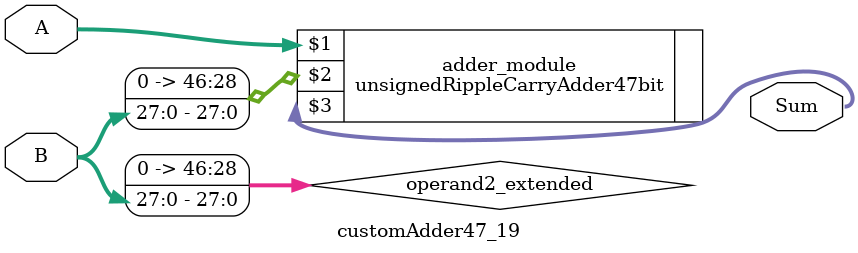
<source format=v>
module customAdder47_19(
                        input [46 : 0] A,
                        input [27 : 0] B,
                        
                        output [47 : 0] Sum
                );

        wire [46 : 0] operand2_extended;
        
        assign operand2_extended =  {19'b0, B};
        
        unsignedRippleCarryAdder47bit adder_module(
            A,
            operand2_extended,
            Sum
        );
        
        endmodule
        
</source>
